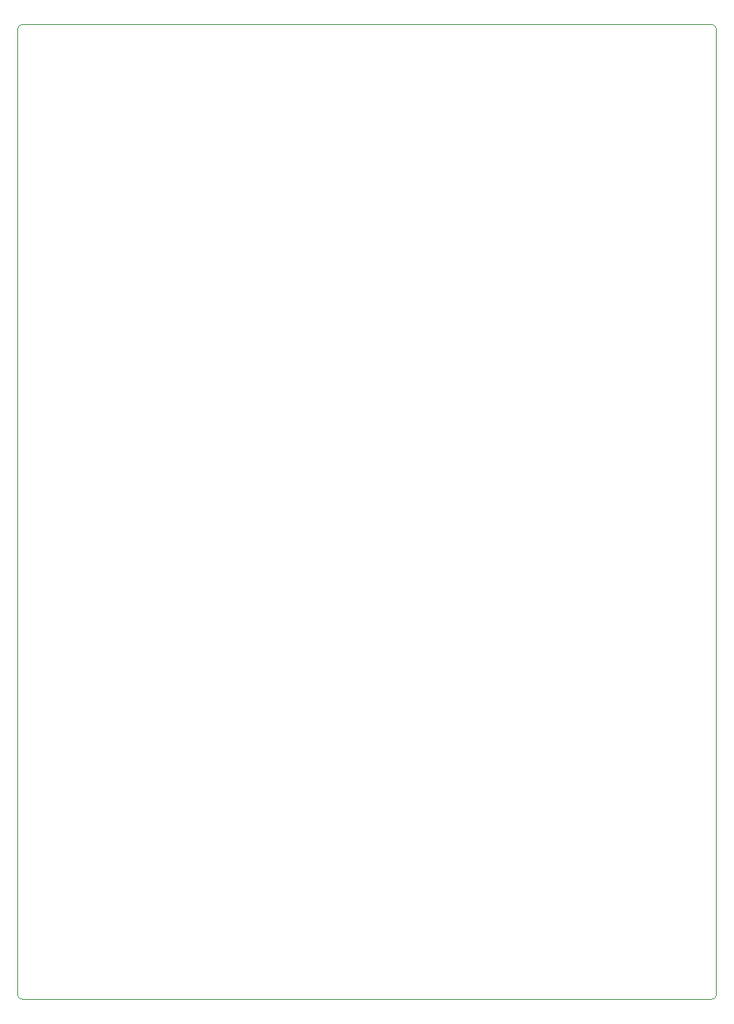
<source format=gbr>
G04 #@! TF.GenerationSoftware,KiCad,Pcbnew,6.0.9-8da3e8f707~118~ubuntu22.10.1*
G04 #@! TF.CreationDate,2022-11-30T23:30:13+01:00*
G04 #@! TF.ProjectId,ilse,696c7365-2e6b-4696-9361-645f70636258,2*
G04 #@! TF.SameCoordinates,PX5702e0cPY22a4fe8*
G04 #@! TF.FileFunction,Profile,NP*
%FSLAX46Y46*%
G04 Gerber Fmt 4.6, Leading zero omitted, Abs format (unit mm)*
G04 Created by KiCad (PCBNEW 6.0.9-8da3e8f707~118~ubuntu22.10.1) date 2022-11-30 23:30:13*
%MOMM*%
%LPD*%
G01*
G04 APERTURE LIST*
G04 #@! TA.AperFunction,Profile*
%ADD10C,0.050000*%
G04 #@! TD*
G04 APERTURE END LIST*
D10*
X79756000Y-108966000D02*
X79756000Y-508000D01*
X1778000Y-109474000D02*
X79248000Y-109474000D01*
X1270000Y-108966000D02*
X1270000Y-508000D01*
X79248000Y0D02*
X1778000Y0D01*
X79248000Y-109474000D02*
G75*
G03*
X79756000Y-108966000I0J508000D01*
G01*
X1778000Y0D02*
G75*
G03*
X1270000Y-508000I0J-508000D01*
G01*
X79756000Y-508000D02*
G75*
G03*
X79248000Y0I-508000J0D01*
G01*
X1270000Y-108966000D02*
G75*
G03*
X1778000Y-109474000I508000J0D01*
G01*
M02*

</source>
